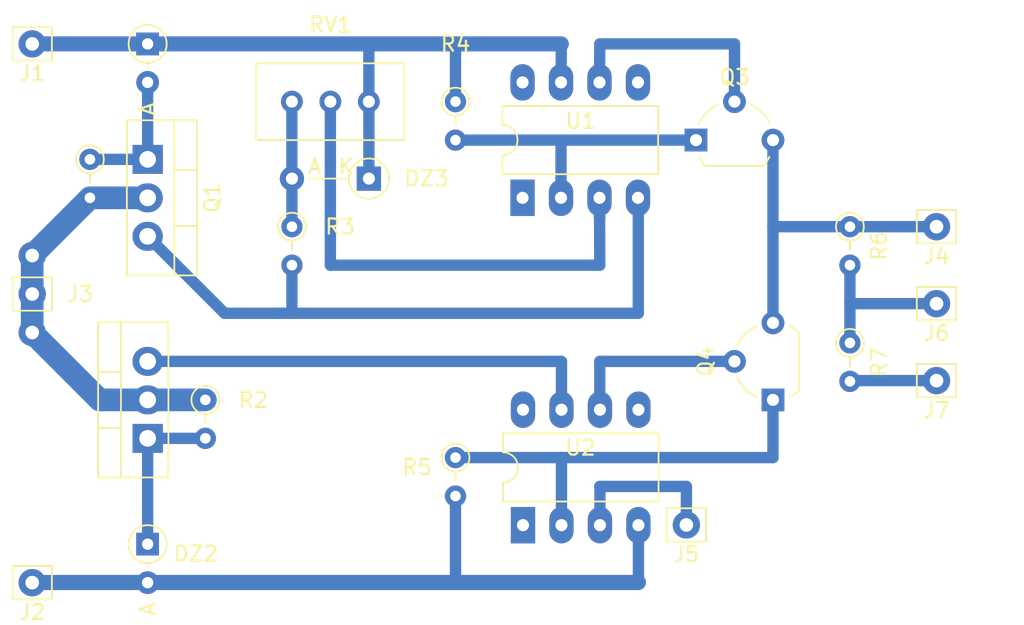
<source format=kicad_pcb>
(kicad_pcb (version 20221018) (generator pcbnew)
  (layers (0 "F.Cu" signal) (31 "B.Cu" signal) (34 "B.Paste" user) (35 "F.Paste" user) (36 "B.SilkS" user "B.Silkscreen") (37 "F.SilkS" user "F.Silkscreen") (38 "B.Mask" user) (39 "F.Mask" user) (44 "Edge.Cuts" user))
  (net 0 "")
  (net 1 "Net-(DZ1-K)")
  (net 2 "Net-(J3-Pin_1)")
  (net 3 "Net-(J4-Pin_1)")
  (net 4 "Net-(J5-Pin_1)")
  (net 5 "Net-(Q1-E)")
  (net 6 "Net-(Q2-E)")
  (net 7 "Net-(U1--)")
  (net 8 "Net-(Q3-Pad2)")
  (net 9 "Net-(U2--)")
  (net 15 "Net-(Q4-Pad2)")
  (net 17 "Net-(DZ1-A)")
  (net 18 "Net-(DZ2-K)")
  (net 19 "Net-(DZ2-A)")
  (net 20 "Net-(DZ3-A)")
  (net 21 "Net-(U1-+)")
  (net 22 "Net-(J6-Pin_1)")
  (net 23 "Net-(J7-Pin_1)")
  (footprint "Package_DIP:DIP-8_W7.62mm_LongPads" (layer "F.Cu") (at 151.745 71.12 90)
    (fp_text reference "U1" (at 5.08 3.83) (layer "F.SilkS"))
    (fp_text value "LM741")
    (fp_line (start 1.56 -1.33) (end 1.56 8.95) (stroke (width 0.12)) (layer "F.SilkS"))
    (fp_line (start 1.56 8.95) (end 6.06 8.95) (stroke (width 0.12)) (layer "F.SilkS"))
    (fp_line (start 2.81 -1.33) (end 1.56 -1.33) (stroke (width 0.12)) (layer "F.SilkS"))
    (fp_line (start 6.06 -1.33) (end 4.81 -1.33) (stroke (width 0.12)) (layer "F.SilkS"))
    (fp_line (start 6.06 8.95) (end 6.06 -1.33) (stroke (width 0.12)) (layer "F.SilkS"))
    (fp_arc (start 4.81 -1.33) (mid 3.81 -0.33) (end 2.81 -1.33) (stroke (width 0.12)) (layer "F.SilkS"))
    (pad "1" thru_hole rect (at 0 0 90) (size 2.4 1.6) (drill 0.8) (layers "*.Cu" "*.Mask"))
    (pad "2" thru_hole oval (at 0 2.54 90) (size 2.4 1.6) (drill 0.8) (layers "*.Cu" "*.Mask") (net 7 "Net-(U1--)"))
    (pad "3" thru_hole oval (at 0 5.08 90) (size 2.4 1.6) (drill 0.8) (layers "*.Cu" "*.Mask") (net 21 "Net-(U1-+)"))
    (pad "4" thru_hole oval (at 0 7.62 90) (size 2.4 1.6) (drill 0.8) (layers "*.Cu" "*.Mask") (net 5 "Net-(Q1-E)"))
    (pad "5" thru_hole oval (at 7.62 7.62 90) (size 2.4 1.6) (drill 0.8) (layers "*.Cu" "*.Mask"))
    (pad "6" thru_hole oval (at 7.62 5.08 90) (size 2.4 1.6) (drill 0.8) (layers "*.Cu" "*.Mask") (net 8 "Net-(Q3-Pad2)"))
    (pad "7" thru_hole oval (at 7.62 2.54 90) (size 2.4 1.6) (drill 0.8) (layers "*.Cu" "*.Mask") (net 1 "Net-(DZ1-K)"))
    (pad "8" thru_hole oval (at 7.62 0 90) (size 2.4 1.6) (drill 0.8) (layers "*.Cu" "*.Mask"))
  )
  (footprint "Connector_Pin:Pin_D0.9mm_L10.0mm_W2.4mm_FlatFork" (layer "F.Cu") (at 179.07 78.105)
    (fp_text reference "J6" (at 0 1.95) (layer "F.SilkS"))
    (fp_text value "METER(-)")
    (fp_line (start -1.3 -1.1) (end -1.3 0.6) (stroke (width 0.12)) (layer "F.SilkS"))
    (fp_line (start -1.3 0.6) (end -1.3 1.1) (stroke (width 0.12)) (layer "F.SilkS"))
    (fp_line (start -1.3 1.1) (end 1.3 1.1) (stroke (width 0.12)) (layer "F.SilkS"))
    (fp_line (start 1.3 -1.1) (end -1.3 -1.1) (stroke (width 0.12)) (layer "F.SilkS"))
    (fp_line (start 1.3 1.1) (end 1.3 -1.1) (stroke (width 0.12)) (layer "F.SilkS"))
    (pad "1" thru_hole circle (at 0 0) (size 1.8 1.8) (drill 0.9) (layers "*.Cu" "*.Mask") (net 22 "Net-(J6-Pin_1)"))
  )
  (footprint "Potentiometer_THT:Potentiometer_Bourns_3296W_Vertical" (layer "F.Cu") (at 141.6 64.77)
    (fp_text reference "RV1" (at -2.535 -5.08) (layer "F.SilkS"))
    (fp_text value "10k")
    (fp_line (start -7.425 -2.53) (end -7.425 2.54) (stroke (width 0.12)) (layer "F.SilkS"))
    (fp_line (start -7.425 -2.53) (end 2.345 -2.53) (stroke (width 0.12)) (layer "F.SilkS"))
    (fp_line (start -7.425 2.54) (end 2.345 2.54) (stroke (width 0.12)) (layer "F.SilkS"))
    (fp_line (start 2.345 -2.53) (end 2.345 2.54) (stroke (width 0.12)) (layer "F.SilkS"))
    (pad "1" thru_hole circle (at 0 0) (size 1.44 1.44) (drill 0.8) (layers "*.Cu" "*.Mask") (net 1 "Net-(DZ1-K)"))
    (pad "2" thru_hole circle (at -2.54 0) (size 1.44 1.44) (drill 0.8) (layers "*.Cu" "*.Mask") (net 21 "Net-(U1-+)"))
    (pad "3" thru_hole circle (at -5.08 0) (size 1.44 1.44) (drill 0.8) (layers "*.Cu" "*.Mask") (net 20 "Net-(DZ3-A)"))
  )
  (footprint "Diode_THT:D_DO-35_SOD27_P5.08mm_Vertical_AnodeUp" (layer "F.Cu") (at 141.605 69.85 180)
    (fp_text reference "DZ3" (at -3.81 0 180) (layer "F.SilkS"))
    (fp_text value "5V")
    (fp_text user "K" (at 1.5 0.8 180) (layer "F.SilkS"))
    (fp_text user "A" (at 3.58 0.8 180) (layer "F.SilkS"))
    (fp_line (start 1.326371 0) (end 3.98 0) (stroke (width 0.12)) (layer "F.SilkS"))
    (fp_circle (center 0 0) (end 1.326371 0) (stroke (width 0.12)) (fill none) (layer "F.SilkS"))
    (pad "1" thru_hole rect (at 0 0 180) (size 1.6 1.6) (drill 0.8) (layers "*.Cu" "*.Mask") (net 1 "Net-(DZ1-K)"))
    (pad "2" thru_hole oval (at 5.08 0 180) (size 1.6 1.6) (drill 0.8) (layers "*.Cu" "*.Mask") (net 20 "Net-(DZ3-A)"))
  )
  (footprint "Resistor_THT:R_Axial_DIN0204_L3.6mm_D1.6mm_P2.54mm_Vertical" (layer "F.Cu") (at 130.81 84.455 -90)
    (fp_text reference "R2" (at 0.015 -3.175 -180) (layer "F.SilkS"))
    (fp_text value "33K")
    (fp_line (start 0.92 0) (end 1.54 0) (stroke (width 0.12)) (layer "F.SilkS"))
    (fp_circle (center 0 0) (end 0.92 0) (stroke (width 0.12)) (fill none) (layer "F.SilkS"))
    (pad "1" thru_hole circle (at 0 0 270) (size 1.4 1.4) (drill 0.7) (layers "*.Cu" "*.Mask") (net 2 "Net-(J3-Pin_1)"))
    (pad "2" thru_hole oval (at 2.54 0 270) (size 1.4 1.4) (drill 0.7) (layers "*.Cu" "*.Mask") (net 18 "Net-(DZ2-K)"))
  )
  (footprint "Connector_Pin:Pin_D0.9mm_L10.0mm_W2.4mm_FlatFork" (layer "F.Cu") (at 179.07 73.025)
    (fp_text reference "J4" (at 0 1.95) (layer "F.SilkS"))
    (fp_text value "METER(+)")
    (fp_line (start -1.3 -1.1) (end -1.3 0.6) (stroke (width 0.12)) (layer "F.SilkS"))
    (fp_line (start -1.3 0.6) (end -1.3 1.1) (stroke (width 0.12)) (layer "F.SilkS"))
    (fp_line (start -1.3 1.1) (end 1.3 1.1) (stroke (width 0.12)) (layer "F.SilkS"))
    (fp_line (start 1.3 -1.1) (end -1.3 -1.1) (stroke (width 0.12)) (layer "F.SilkS"))
    (fp_line (start 1.3 1.1) (end 1.3 -1.1) (stroke (width 0.12)) (layer "F.SilkS"))
    (pad "1" thru_hole circle (at 0 0) (size 1.8 1.8) (drill 0.9) (layers "*.Cu" "*.Mask") (net 3 "Net-(J4-Pin_1)"))
  )
  (footprint "Package_TO_SOT_THT:TO-220-3_Vertical" (layer "F.Cu") (at 127 68.58 -90)
    (fp_text reference "Q1" (at 2.54 -4.27 90) (layer "F.SilkS"))
    (fp_text value "TIP42C")
    (fp_line (start -2.58 -3.27) (end -2.58 1.371) (stroke (width 0.12)) (layer "F.SilkS"))
    (fp_line (start -2.58 -3.27) (end 7.66 -3.27) (stroke (width 0.12)) (layer "F.SilkS"))
    (fp_line (start -2.58 -1.76) (end 7.66 -1.76) (stroke (width 0.12)) (layer "F.SilkS"))
    (fp_line (start -2.58 1.371) (end 7.66 1.371) (stroke (width 0.12)) (layer "F.SilkS"))
    (fp_line (start 0.69 -3.27) (end 0.69 -1.76) (stroke (width 0.12)) (layer "F.SilkS"))
    (fp_line (start 4.391 -3.27) (end 4.391 -1.76) (stroke (width 0.12)) (layer "F.SilkS"))
    (fp_line (start 7.66 -3.27) (end 7.66 1.371) (stroke (width 0.12)) (layer "F.SilkS"))
    (pad "1" thru_hole rect (at 0 0 270) (size 1.905 2) (drill 1.1) (layers "*.Cu" "*.Mask") (net 17 "Net-(DZ1-A)"))
    (pad "2" thru_hole oval (at 2.54 0 270) (size 1.905 2) (drill 1.1) (layers "*.Cu" "*.Mask") (net 2 "Net-(J3-Pin_1)"))
    (pad "3" thru_hole oval (at 5.08 0 270) (size 1.905 2) (drill 1.1) (layers "*.Cu" "*.Mask") (net 5 "Net-(Q1-E)"))
  )
  (footprint "Resistor_THT:R_Axial_DIN0204_L3.6mm_D1.6mm_P2.54mm_Vertical" (layer "F.Cu") (at 136.525 73.025 -90)
    (fp_text reference "R3" (at 0 -3.175) (layer "F.SilkS"))
    (fp_text value "7K15")
    (fp_line (start 0.92 0) (end 1.54 0) (stroke (width 0.12)) (layer "F.SilkS"))
    (fp_circle (center 0 0) (end 0.92 0) (stroke (width 0.12)) (fill none) (layer "F.SilkS"))
    (pad "1" thru_hole circle (at 0 0 270) (size 1.4 1.4) (drill 0.7) (layers "*.Cu" "*.Mask") (net 20 "Net-(DZ3-A)"))
    (pad "2" thru_hole oval (at 2.54 0 270) (size 1.4 1.4) (drill 0.7) (layers "*.Cu" "*.Mask") (net 5 "Net-(Q1-E)"))
  )
  (footprint "Resistor_THT:R_Axial_DIN0204_L3.6mm_D1.6mm_P2.54mm_Vertical" (layer "F.Cu") (at 173.355 73.025 -90)
    (fp_text reference "R6" (at 1.27 -1.92 90) (layer "F.SilkS"))
    (fp_text value "1K")
    (fp_line (start 0.92 0) (end 1.54 0) (stroke (width 0.12)) (layer "F.SilkS"))
    (fp_circle (center 0 0) (end 0.92 0) (stroke (width 0.12)) (fill none) (layer "F.SilkS"))
    (pad "1" thru_hole circle (at 0 0 270) (size 1.4 1.4) (drill 0.7) (layers "*.Cu" "*.Mask") (net 3 "Net-(J4-Pin_1)"))
    (pad "2" thru_hole oval (at 2.54 0 270) (size 1.4 1.4) (drill 0.7) (layers "*.Cu" "*.Mask") (net 22 "Net-(J6-Pin_1)"))
  )
  (footprint "Connector_Pin:Pin_D0.9mm_L10.0mm_W2.4mm_FlatFork" (layer "F.Cu") (at 119.38 96.52)
    (fp_text reference "J2" (at 0 1.95) (layer "F.SilkS"))
    (fp_text value "-35V")
    (fp_line (start -1.3 -1.1) (end -1.3 0.6) (stroke (width 0.12)) (layer "F.SilkS"))
    (fp_line (start -1.3 0.6) (end -1.3 1.1) (stroke (width 0.12)) (layer "F.SilkS"))
    (fp_line (start -1.3 1.1) (end 1.3 1.1) (stroke (width 0.12)) (layer "F.SilkS"))
    (fp_line (start 1.3 -1.1) (end -1.3 -1.1) (stroke (width 0.12)) (layer "F.SilkS"))
    (fp_line (start 1.3 1.1) (end 1.3 -1.1) (stroke (width 0.12)) (layer "F.SilkS"))
    (pad "1" thru_hole circle (at 0 0) (size 1.8 1.8) (drill 0.9) (layers "*.Cu" "*.Mask") (net 19 "Net-(DZ2-A)"))
  )
  (footprint "Resistor_THT:R_Axial_DIN0204_L3.6mm_D1.6mm_P2.54mm_Vertical" (layer "F.Cu") (at 123.19 68.58 -90)
    (fp_text reference "R1" hide)
    (fp_text value "33K")
    (fp_line (start 0.92 0) (end 1.54 0) (stroke (width 0.12)) (layer "F.SilkS"))
    (fp_circle (center 0 0) (end 0.92 0) (stroke (width 0.12)) (fill none) (layer "F.SilkS"))
    (pad "1" thru_hole circle (at 0 0 270) (size 1.4 1.4) (drill 0.7) (layers "*.Cu" "*.Mask") (net 17 "Net-(DZ1-A)"))
    (pad "2" thru_hole oval (at 2.54 0 270) (size 1.4 1.4) (drill 0.7) (layers "*.Cu" "*.Mask") (net 2 "Net-(J3-Pin_1)"))
  )
  (footprint "" (layer "F.Cu") (at 119.38 80.01)
    (fp_text reference "" (at 0 0) (layer "F.SilkS") (effects (font (size 1.27 1.27))))
    (fp_text value "" (at 0 0) (layer "F.SilkS") (effects (font (size 1.27 1.27))))
    (pad "1" thru_hole circle (at 0 0) (size 1.8 1.8) (drill 0.9) (layers "*.Cu" "*.Mask") (net 2 "Net-(J3-Pin_1)"))
  )
  (footprint "Diode_THT:D_DO-34_SOD68_P2.54mm_Vertical_AnodeUp" (layer "F.Cu") (at 127 60.96 -90)
    (fp_text reference "DZ1" hide)
    (fp_text value "10V")
    (fp_text user "A" (at 4.29 0 -90) (layer "F.SilkS"))
    (fp_line (start 1.25566 0) (end 1.49 0) (stroke (width 0.12)) (layer "F.SilkS"))
    (fp_circle (center 0 0) (end 1.25566 0) (stroke (width 0.12)) (fill none) (layer "F.SilkS"))
    (pad "1" thru_hole rect (at 0 0 270) (size 1.5 1.5) (drill 0.75) (layers "*.Cu" "*.Mask") (net 1 "Net-(DZ1-K)"))
    (pad "2" thru_hole oval (at 2.54 0 270) (size 1.5 1.5) (drill 0.75) (layers "*.Cu" "*.Mask") (net 17 "Net-(DZ1-A)"))
  )
  (footprint "Connector_Pin:Pin_D0.9mm_L10.0mm_W2.4mm_FlatFork" (layer "F.Cu") (at 119.38 77.47)
    (fp_text reference "J3" (at 3.175 0) (layer "F.SilkS"))
    (fp_text value "GND/ELETRODO(-)")
    (fp_line (start -1.3 -1.1) (end -1.3 0.6) (stroke (width 0.12)) (layer "F.SilkS"))
    (fp_line (start -1.3 0.6) (end -1.3 1.1) (stroke (width 0.12)) (layer "F.SilkS"))
    (fp_line (start -1.3 1.1) (end 1.3 1.1) (stroke (width 0.12)) (layer "F.SilkS"))
    (fp_line (start 1.3 -1.1) (end -1.3 -1.1) (stroke (width 0.12)) (layer "F.SilkS"))
    (fp_line (start 1.3 1.1) (end 1.3 -1.1) (stroke (width 0.12)) (layer "F.SilkS"))
    (pad "1" thru_hole circle (at 0 0) (size 1.8 1.8) (drill 0.9) (layers "*.Cu" "*.Mask") (net 2 "Net-(J3-Pin_1)"))
  )
  (footprint "Diode_THT:D_DO-34_SOD68_P2.54mm_Vertical_AnodeUp" (layer "F.Cu") (at 127 93.98 -90)
    (fp_text reference "DZ2" (at 0.635 -3.175 -180) (layer "F.SilkS"))
    (fp_text value "10V")
    (fp_text user "A" (at 4.29 0 -90) (layer "F.SilkS"))
    (fp_line (start 1.25566 0) (end 1.49 0) (stroke (width 0.12)) (layer "F.SilkS"))
    (fp_circle (center 0 0) (end 1.25566 0) (stroke (width 0.12)) (fill none) (layer "F.SilkS"))
    (pad "1" thru_hole rect (at 0 0 270) (size 1.5 1.5) (drill 0.75) (layers "*.Cu" "*.Mask") (net 18 "Net-(DZ2-K)"))
    (pad "2" thru_hole oval (at 2.54 0 270) (size 1.5 1.5) (drill 0.75) (layers "*.Cu" "*.Mask") (net 19 "Net-(DZ2-A)"))
  )
  (footprint "Connector_Pin:Pin_D0.9mm_L10.0mm_W2.4mm_FlatFork" (layer "F.Cu") (at 162.56 92.71)
    (fp_text reference "J5" (at 0 1.95) (layer "F.SilkS"))
    (fp_text value "ENTRADA SINAL")
    (fp_line (start -1.3 -1.1) (end -1.3 0.6) (stroke (width 0.12)) (layer "F.SilkS"))
    (fp_line (start -1.3 0.6) (end -1.3 1.1) (stroke (width 0.12)) (layer "F.SilkS"))
    (fp_line (start -1.3 1.1) (end 1.3 1.1) (stroke (width 0.12)) (layer "F.SilkS"))
    (fp_line (start 1.3 -1.1) (end -1.3 -1.1) (stroke (width 0.12)) (layer "F.SilkS"))
    (fp_line (start 1.3 1.1) (end 1.3 -1.1) (stroke (width 0.12)) (layer "F.SilkS"))
    (pad "1" thru_hole circle (at 0 0) (size 1.8 1.8) (drill 0.9) (layers "*.Cu" "*.Mask") (net 4 "Net-(J5-Pin_1)"))
  )
  (footprint "Connector_Pin:Pin_D0.9mm_L10.0mm_W2.4mm_FlatFork" (layer "F.Cu") (at 119.38 60.96)
    (fp_text reference "J1" (at 0 1.95) (layer "F.SilkS"))
    (fp_text value "+35V")
    (fp_line (start -1.3 -1.1) (end -1.3 0.6) (stroke (width 0.12)) (layer "F.SilkS"))
    (fp_line (start -1.3 0.6) (end -1.3 1.1) (stroke (width 0.12)) (layer "F.SilkS"))
    (fp_line (start -1.3 1.1) (end 1.3 1.1) (stroke (width 0.12)) (layer "F.SilkS"))
    (fp_line (start 1.3 -1.1) (end -1.3 -1.1) (stroke (width 0.12)) (layer "F.SilkS"))
    (fp_line (start 1.3 1.1) (end 1.3 -1.1) (stroke (width 0.12)) (layer "F.SilkS"))
    (pad "1" thru_hole circle (at 0 0) (size 1.8 1.8) (drill 0.9) (layers "*.Cu" "*.Mask") (net 1 "Net-(DZ1-K)"))
  )
  (footprint "Package_TO_SOT_THT:TO-92L_Wide" (layer "F.Cu") (at 163.195 67.31)
    (fp_text reference "Q3" (at 2.55 -4.15) (layer "F.SilkS"))
    (fp_text value "2N5401")
    (fp_line (start 0.6 1.7) (end 4.45 1.7) (stroke (width 0.12)) (layer "F.SilkS"))
    (fp_arc (start 0.192226 -1.094786) (mid 0.710119 -1.833613) (end 1.45 -2.35) (stroke (width 0.12)) (layer "F.SilkS"))
    (fp_arc (start 0.6 1.7) (mid 0.389183 1.423933) (end 0.217369 1.122045) (stroke (width 0.12)) (layer "F.SilkS"))
    (fp_arc (start 3.6 -2.35) (mid 4.351408 -1.834367) (end 4.876463 -1.089513) (stroke (width 0.12)) (layer "F.SilkS"))
    (fp_arc (start 4.842383 1.112264) (mid 4.666594 1.419753) (end 4.45 1.7) (stroke (width 0.12)) (layer "F.SilkS"))
    (pad "1" thru_hole rect (at 0 0) (size 1.5 1.5) (drill 0.8) (layers "*.Cu" "*.Mask") (net 7 "Net-(U1--)"))
    (pad "2" thru_hole circle (at 2.54 -2.54) (size 1.5 1.5) (drill 0.8) (layers "*.Cu" "*.Mask") (net 8 "Net-(Q3-Pad2)"))
    (pad "3" thru_hole circle (at 5.08 0) (size 1.5 1.5) (drill 0.8) (layers "*.Cu" "*.Mask") (net 3 "Net-(J4-Pin_1)"))
  )
  (footprint "Resistor_THT:R_Axial_DIN0204_L3.6mm_D1.6mm_P2.54mm_Vertical" (layer "F.Cu") (at 147.32 88.265 -90)
    (fp_text reference "R5" (at 0.635 2.54 -180) (layer "F.SilkS"))
    (fp_text value "1K")
    (fp_line (start 0.92 0) (end 1.54 0) (stroke (width 0.12)) (layer "F.SilkS"))
    (fp_circle (center 0 0) (end 0.92 0) (stroke (width 0.12)) (fill none) (layer "F.SilkS"))
    (pad "1" thru_hole circle (at 0 0 270) (size 1.4 1.4) (drill 0.7) (layers "*.Cu" "*.Mask") (net 9 "Net-(U2--)"))
    (pad "2" thru_hole oval (at 2.54 0 270) (size 1.4 1.4) (drill 0.7) (layers "*.Cu" "*.Mask") (net 19 "Net-(DZ2-A)"))
  )
  (footprint "Package_TO_SOT_THT:TO-92L_Wide" (layer "F.Cu") (at 168.275 84.455 90)
    (fp_text reference "Q4" (at 2.54 -4.445 90) (layer "F.SilkS"))
    (fp_text value "2N5551")
    (fp_line (start 0.6 1.7) (end 4.45 1.7) (stroke (width 0.12)) (layer "F.SilkS"))
    (fp_arc (start 0.192226 -1.094786) (mid 0.710119 -1.833613) (end 1.45 -2.35) (stroke (width 0.12)) (layer "F.SilkS"))
    (fp_arc (start 0.6 1.7) (mid 0.389183 1.423933) (end 0.217369 1.122045) (stroke (width 0.12)) (layer "F.SilkS"))
    (fp_arc (start 3.6 -2.35) (mid 4.351408 -1.834367) (end 4.876463 -1.089513) (stroke (width 0.12)) (layer "F.SilkS"))
    (fp_arc (start 4.842383 1.112264) (mid 4.666594 1.419753) (end 4.45 1.7) (stroke (width 0.12)) (layer "F.SilkS"))
    (pad "1" thru_hole rect (at 0 0 90) (size 1.5 1.5) (drill 0.8) (layers "*.Cu" "*.Mask") (net 9 "Net-(U2--)"))
    (pad "2" thru_hole circle (at 2.54 -2.54 90) (size 1.5 1.5) (drill 0.8) (layers "*.Cu" "*.Mask") (net 15 "Net-(Q4-Pad2)"))
    (pad "3" thru_hole circle (at 5.08 0 90) (size 1.5 1.5) (drill 0.8) (layers "*.Cu" "*.Mask") (net 3 "Net-(J4-Pin_1)"))
  )
  (footprint "Package_DIP:DIP-8_W7.62mm_LongPads" (layer "F.Cu") (at 151.775 92.725 90)
    (fp_text reference "U2" (at 5.11 3.79) (layer "F.SilkS"))
    (fp_text value "LM741")
    (fp_line (start 1.56 -1.33) (end 1.56 8.95) (stroke (width 0.12)) (layer "F.SilkS"))
    (fp_line (start 1.56 8.95) (end 6.06 8.95) (stroke (width 0.12)) (layer "F.SilkS"))
    (fp_line (start 2.81 -1.33) (end 1.56 -1.33) (stroke (width 0.12)) (layer "F.SilkS"))
    (fp_line (start 6.06 -1.33) (end 4.81 -1.33) (stroke (width 0.12)) (layer "F.SilkS"))
    (fp_line (start 6.06 8.95) (end 6.06 -1.33) (stroke (width 0.12)) (layer "F.SilkS"))
    (fp_arc (start 4.81 -1.33) (mid 3.81 -0.33) (end 2.81 -1.33) (stroke (width 0.12)) (layer "F.SilkS"))
    (pad "1" thru_hole rect (at 0 0 90) (size 2.4 1.6) (drill 0.8) (layers "*.Cu" "*.Mask"))
    (pad "2" thru_hole oval (at 0 2.54 90) (size 2.4 1.6) (drill 0.8) (layers "*.Cu" "*.Mask") (net 9 "Net-(U2--)"))
    (pad "3" thru_hole oval (at 0 5.08 90) (size 2.4 1.6) (drill 0.8) (layers "*.Cu" "*.Mask") (net 4 "Net-(J5-Pin_1)"))
    (pad "4" thru_hole oval (at 0 7.62 90) (size 2.4 1.6) (drill 0.8) (layers "*.Cu" "*.Mask") (net 19 "Net-(DZ2-A)"))
    (pad "5" thru_hole oval (at 7.62 7.62 90) (size 2.4 1.6) (drill 0.8) (layers "*.Cu" "*.Mask"))
    (pad "6" thru_hole oval (at 7.62 5.08 90) (size 2.4 1.6) (drill 0.8) (layers "*.Cu" "*.Mask") (net 15 "Net-(Q4-Pad2)"))
    (pad "7" thru_hole oval (at 7.62 2.54 90) (size 2.4 1.6) (drill 0.8) (layers "*.Cu" "*.Mask") (net 6 "Net-(Q2-E)"))
    (pad "8" thru_hole oval (at 7.62 0 90) (size 2.4 1.6) (drill 0.8) (layers "*.Cu" "*.Mask"))
  )
  (footprint "Connector_Pin:Pin_D0.9mm_L10.0mm_W2.4mm_FlatFork" (layer "F.Cu") (at 179.07 83.185)
    (fp_text reference "J7" (at 0 1.95) (layer "F.SilkS"))
    (fp_text value "ELETRODO(+)")
    (fp_line (start -1.3 -1.1) (end -1.3 0.6) (stroke (width 0.12)) (layer "F.SilkS"))
    (fp_line (start -1.3 0.6) (end -1.3 1.1) (stroke (width 0.12)) (layer "F.SilkS"))
    (fp_line (start -1.3 1.1) (end 1.3 1.1) (stroke (width 0.12)) (layer "F.SilkS"))
    (fp_line (start 1.3 -1.1) (end -1.3 -1.1) (stroke (width 0.12)) (layer "F.SilkS"))
    (fp_line (start 1.3 1.1) (end 1.3 -1.1) (stroke (width 0.12)) (layer "F.SilkS"))
    (pad "1" thru_hole circle (at 0 0) (size 1.8 1.8) (drill 0.9) (layers "*.Cu" "*.Mask") (net 23 "Net-(J7-Pin_1)"))
  )
  (footprint "Resistor_THT:R_Axial_DIN0204_L3.6mm_D1.6mm_P2.54mm_Vertical" (layer "F.Cu") (at 173.355 80.695 -90)
    (fp_text reference "R7" (at 1.27 -1.92 90) (layer "F.SilkS"))
    (fp_text value "3K3")
    (fp_line (start 0.92 0) (end 1.54 0) (stroke (width 0.12)) (layer "F.SilkS"))
    (fp_circle (center 0 0) (end 0.92 0) (stroke (width 0.12)) (fill none) (layer "F.SilkS"))
    (pad "1" thru_hole circle (at 0 0 270) (size 1.4 1.4) (drill 0.7) (layers "*.Cu" "*.Mask") (net 22 "Net-(J6-Pin_1)"))
    (pad "2" thru_hole oval (at 2.54 0 270) (size 1.4 1.4) (drill 0.7) (layers "*.Cu" "*.Mask") (net 23 "Net-(J7-Pin_1)"))
  )
  (footprint "Package_TO_SOT_THT:TO-220-3_Vertical" (layer "F.Cu") (at 127 86.995 90)
    (fp_text reference "Q2" hide)
    (fp_text value "TIP41C")
    (fp_line (start -2.58 -3.27) (end -2.58 1.371) (stroke (width 0.12)) (layer "F.SilkS"))
    (fp_line (start -2.58 -3.27) (end 7.66 -3.27) (stroke (width 0.12)) (layer "F.SilkS"))
    (fp_line (start -2.58 -1.76) (end 7.66 -1.76) (stroke (width 0.12)) (layer "F.SilkS"))
    (fp_line (start -2.58 1.371) (end 7.66 1.371) (stroke (width 0.12)) (layer "F.SilkS"))
    (fp_line (start 0.69 -3.27) (end 0.69 -1.76) (stroke (width 0.12)) (layer "F.SilkS"))
    (fp_line (start 4.391 -3.27) (end 4.391 -1.76) (stroke (width 0.12)) (layer "F.SilkS"))
    (fp_line (start 7.66 -3.27) (end 7.66 1.371) (stroke (width 0.12)) (layer "F.SilkS"))
    (pad "1" thru_hole rect (at 0 0 90) (size 1.905 2) (drill 1.1) (layers "*.Cu" "*.Mask") (net 18 "Net-(DZ2-K)"))
    (pad "2" thru_hole oval (at 2.54 0 90) (size 1.905 2) (drill 1.1) (layers "*.Cu" "*.Mask") (net 2 "Net-(J3-Pin_1)"))
    (pad "3" thru_hole oval (at 5.08 0 90) (size 1.905 2) (drill 1.1) (layers "*.Cu" "*.Mask") (net 6 "Net-(Q2-E)"))
  )
  (footprint "" (layer "F.Cu") (at 119.38 74.93)
    (fp_text reference "" (at 0 0) (layer "F.SilkS") (effects (font (size 1.27 1.27))))
    (fp_text value "" (at 0 0) (layer "F.SilkS") (effects (font (size 1.27 1.27))))
    (pad "1" thru_hole circle (at 0 0) (size 1.8 1.8) (drill 0.9) (layers "*.Cu" "*.Mask") (net 2 "Net-(J3-Pin_1)"))
  )
  (footprint "Resistor_THT:R_Axial_DIN0204_L3.6mm_D1.6mm_P2.54mm_Vertical" (layer "F.Cu") (at 147.32 64.77 -90)
    (fp_text reference "R4" (at -3.81 0) (layer "F.SilkS"))
    (fp_text value "1K")
    (fp_line (start 0.92 0) (end 1.54 0) (stroke (width 0.12)) (layer "F.SilkS"))
    (fp_circle (center 0 0) (end 0.92 0) (stroke (width 0.12)) (fill none) (layer "F.SilkS"))
    (pad "1" thru_hole circle (at 0 0 270) (size 1.4 1.4) (drill 0.7) (layers "*.Cu" "*.Mask") (net 1 "Net-(DZ1-K)"))
    (pad "2" thru_hole oval (at 2.54 0 270) (size 1.4 1.4) (drill 0.7) (layers "*.Cu" "*.Mask") (net 7 "Net-(U1--)"))
  )
  (segment (start 154.305 60.96) (end 119.38 60.96) (width 1) (layer "B.Cu") (net 1))
  (segment (start 154.305 63.48) (end 154.285 63.5) (width 0.75) (layer "B.Cu") (net 1))
  (segment (start 147.32 60.96) (end 147.32 64.77) (width 0.75) (layer "B.Cu") (net 1))
  (segment (start 141.6 60.965) (end 141.605 60.96) (width 0.75) (layer "B.Cu") (net 1))
  (segment (start 141.605 69.85) (end 141.6 60.965) (width 0.75) (layer "B.Cu") (net 1))
  (segment (start 154.305 60.96) (end 154.285 63.5) (width 0.75) (layer "B.Cu") (net 1))
  (segment (start 127 71.12) (end 123.19 71.12) (width 1.5) (layer "B.Cu") (net 2))
  (segment (start 123.825 84.455) (end 119.38 80.01) (width 1.5) (layer "B.Cu") (net 2))
  (segment (start 123.19 71.12) (end 119.38 74.93) (width 1.5) (layer "B.Cu") (net 2))
  (segment (start 119.38 74.93) (end 119.38 80.01) (width 1.5) (layer "B.Cu") (net 2))
  (segment (start 130.81 84.455) (end 123.825 84.455) (width 1.5) (layer "B.Cu") (net 2))
  (segment (start 179.07 73.025) (end 168.325 73.025) (width 0.75) (layer "B.Cu") (net 3))
  (segment (start 168.325 73.075) (end 168.275 73.025) (width 0.75) (layer "B.Cu") (net 3))
  (segment (start 168.275 73.025) (end 168.275 79.375) (width 0.75) (layer "B.Cu") (net 3))
  (segment (start 168.275 67.31) (end 168.275 73.025) (width 0.75) (layer "B.Cu") (net 3))
  (segment (start 162.56 90.17) (end 162.56 92.71) (width 0.75) (layer "B.Cu") (net 4))
  (segment (start 156.855 92.725) (end 156.855 90.18) (width 0.75) (layer "B.Cu") (net 4))
  (segment (start 156.845 90.17) (end 162.56 90.17) (width 0.75) (layer "B.Cu") (net 4))
  (segment (start 156.855 90.18) (end 156.845 90.17) (width 0.75) (layer "B.Cu") (net 4))
  (segment (start 159.385 78.74) (end 159.385 71.14) (width 0.75) (layer "B.Cu") (net 5))
  (segment (start 136.525 75.565) (end 136.525 78.74) (width 0.75) (layer "B.Cu") (net 5))
  (segment (start 159.385 71.14) (end 159.365 71.12) (width 0.75) (layer "B.Cu") (net 5))
  (segment (start 159.385 78.74) (end 135.255 78.74) (width 0.75) (layer "B.Cu") (net 5))
  (segment (start 132.08 78.74) (end 127 73.66) (width 0.75) (layer "B.Cu") (net 5))
  (segment (start 135.255 78.74) (end 132.08 78.74) (width 0.75) (layer "B.Cu") (net 5))
  (segment (start 154.315 81.925) (end 154.315 85.105) (width 0.75) (layer "B.Cu") (net 6))
  (segment (start 154.305 81.915) (end 154.315 81.925) (width 0.75) (layer "B.Cu") (net 6))
  (segment (start 127 81.915) (end 154.305 81.915) (width 0.75) (layer "B.Cu") (net 6))
  (segment (start 154.305 71.14) (end 154.285 71.12) (width 0.75) (layer "B.Cu") (net 7))
  (segment (start 154.305 67.31) (end 154.285 67.33) (width 0.75) (layer "B.Cu") (net 7))
  (segment (start 147.32 67.31) (end 154.305 67.31) (width 0.75) (layer "B.Cu") (net 7))
  (segment (start 154.285 67.33) (end 154.285 71.12) (width 0.75) (layer "B.Cu") (net 7))
  (segment (start 154.305 67.31) (end 163.195 67.31) (width 0.75) (layer "B.Cu") (net 7))
  (segment (start 165.735 60.96) (end 156.845 60.96) (width 0.75) (layer "B.Cu") (net 8))
  (segment (start 165.735 64.77) (end 165.735 60.96) (width 0.75) (layer "B.Cu") (net 8))
  (segment (start 156.845 60.96) (end 156.825 63.5) (width 0.75) (layer "B.Cu") (net 8))
  (segment (start 147.32 88.265) (end 154.305 88.265) (width 0.75) (layer "B.Cu") (net 9))
  (segment (start 154.305 88.265) (end 168.275 88.265) (width 0.75) (layer "B.Cu") (net 9))
  (segment (start 154.315 92.725) (end 154.315 88.275) (width 0.75) (layer "B.Cu") (net 9))
  (segment (start 154.315 88.275) (end 154.305 88.265) (width 0.75) (layer "B.Cu") (net 9))
  (segment (start 168.275 88.265) (end 168.275 84.455) (width 0.75) (layer "B.Cu") (net 9))
  (segment (start 156.845 85.095) (end 156.845 81.915) (width 0.75) (layer "B.Cu") (net 15))
  (segment (start 156.855 85.105) (end 156.845 85.095) (width 0.75) (layer "B.Cu") (net 15))
  (segment (start 156.845 81.915) (end 165.735 81.915) (width 0.75) (layer "B.Cu") (net 15))
  (segment (start 127 63.5) (end 127 68.58) (width 0.75) (layer "B.Cu") (net 17))
  (segment (start 123.19 68.58) (end 127 68.58) (width 0.75) (layer "B.Cu") (net 17))
  (segment (start 127 86.995) (end 130.81 86.995) (width 0.75) (layer "B.Cu") (net 18))
  (segment (start 127 86.995) (end 127 93.98) (width 0.75) (layer "B.Cu") (net 18))
  (segment (start 147.32 90.805) (end 147.32 96.52) (width 0.75) (layer "B.Cu") (net 19))
  (segment (start 159.395 96.51) (end 119.39 96.51) (width 1) (layer "B.Cu") (net 19))
  (segment (start 119.39 96.51) (end 119.38 96.52) (width 1) (layer "B.Cu") (net 19))
  (segment (start 159.385 96.52) (end 159.395 96.51) (width 0.75) (layer "B.Cu") (net 19))
  (segment (start 159.395 96.51) (end 159.395 92.725) (width 0.75) (layer "B.Cu") (net 19))
  (segment (start 136.52 64.77) (end 136.52 69.845) (width 0.75) (layer "B.Cu") (net 20))
  (segment (start 136.52 69.845) (end 136.525 69.85) (width 0.75) (layer "B.Cu") (net 20))
  (segment (start 136.525 69.85) (end 136.525 73.025) (width 0.75) (layer "B.Cu") (net 20))
  (segment (start 156.845 72.39) (end 156.825 72.37) (width 0.75) (layer "B.Cu") (net 21))
  (segment (start 156.845 75.565) (end 156.825 71.12) (width 0.75) (layer "B.Cu") (net 21))
  (segment (start 156.845 71.14) (end 156.825 71.12) (width 0.75) (layer "B.Cu") (net 21))
  (segment (start 156.825 72.37) (end 156.825 71.12) (width 0.75) (layer "B.Cu") (net 21))
  (segment (start 139.06 64.77) (end 139.06 75.565) (width 0.75) (layer "B.Cu") (net 21))
  (segment (start 139.06 75.565) (end 156.845 75.565) (width 0.75) (layer "B.Cu") (net 21))
  (segment (start 173.355 75.565) (end 173.355 80.695) (width 0.75) (layer "B.Cu") (net 22))
  (segment (start 173.405 78.105) (end 173.355 78.055) (width 0.75) (layer "B.Cu") (net 22))
  (segment (start 179.07 78.105) (end 173.405 78.105) (width 0.75) (layer "B.Cu") (net 22))
  (segment (start 173.405 83.185) (end 173.355 83.235) (width 0.75) (layer "B.Cu") (net 23))
  (segment (start 179.07 83.185) (end 173.405 83.185) (width 0.75) (layer "B.Cu") (net 23))
)
</source>
